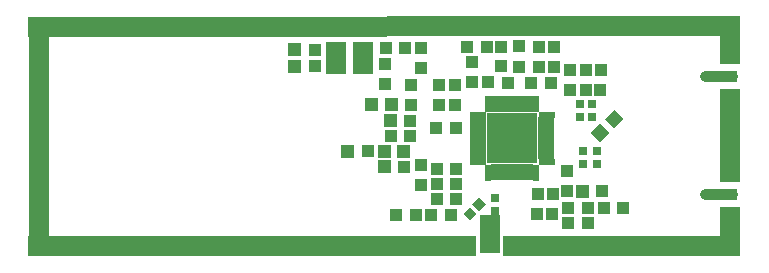
<source format=gbr>
%FSLAX34Y34*%
%MOMM*%
%LNSOLDERMASK_TOP*%
G71*
G01*
%ADD10R,0.800X0.800*%
%ADD11R,1.100X1.100*%
%ADD12R,1.700X2.800*%
%ADD13C,1.200*%
%ADD14C,1.700*%
%ADD15C,0.900*%
%ADD16R,1.700X3.200*%
%ADD17R,1.400X0.500*%
%ADD18R,1.450X0.500*%
%ADD19R,0.500X1.400*%
%ADD20R,0.500X1.450*%
%ADD21R,4.300X4.300*%
%LPD*%
X466635Y926219D02*
G54D10*
D03*
X466634Y915119D02*
G54D10*
D03*
X476730Y926229D02*
G54D10*
D03*
X476730Y915129D02*
G54D10*
D03*
X480500Y876000D02*
G54D10*
D03*
X469400Y876000D02*
G54D10*
D03*
X480500Y887000D02*
G54D10*
D03*
X469400Y887000D02*
G54D10*
D03*
G36*
X463200Y858100D02*
X474200Y858100D01*
X474200Y847100D01*
X463200Y847100D01*
X463200Y858100D01*
G37*
X485400Y852500D02*
G54D11*
D03*
X415180Y975204D02*
G54D11*
D03*
X431880Y975104D02*
G54D11*
D03*
X486581Y838604D02*
G54D11*
D03*
X503281Y838503D02*
G54D11*
D03*
G36*
X300680Y917904D02*
X311680Y917904D01*
X311680Y906904D01*
X300680Y906904D01*
X300680Y917904D01*
G37*
X322880Y912304D02*
G54D11*
D03*
X306079Y899404D02*
G54D11*
D03*
X322780Y899304D02*
G54D11*
D03*
X323080Y942304D02*
G54D11*
D03*
X322980Y925604D02*
G54D11*
D03*
G36*
X284280Y931304D02*
X295280Y931304D01*
X295280Y920304D01*
X284280Y920304D01*
X284280Y931304D01*
G37*
G36*
X300980Y931204D02*
X311980Y931204D01*
X311980Y920204D01*
X300980Y920204D01*
X300980Y931204D01*
G37*
G36*
X295080Y891904D02*
X306080Y891905D01*
X306080Y880905D01*
X295080Y880904D01*
X295080Y891904D01*
G37*
G36*
X311780Y891804D02*
X322780Y891805D01*
X322780Y880805D01*
X311780Y880804D01*
X311780Y891804D01*
G37*
G36*
X264379Y892004D02*
X275379Y892005D01*
X275380Y881005D01*
X264380Y881004D01*
X264379Y892004D01*
G37*
X286580Y886405D02*
G54D11*
D03*
G36*
X295080Y878904D02*
X306080Y878905D01*
X306080Y867905D01*
X295080Y867904D01*
X295080Y878904D01*
G37*
X317280Y873305D02*
G54D11*
D03*
X327226Y832457D02*
G54D11*
D03*
X310526Y832557D02*
G54D11*
D03*
G36*
X367527Y833690D02*
X373185Y839346D01*
X378841Y833688D01*
X373183Y828032D01*
X367527Y833690D01*
G37*
G36*
X375376Y841538D02*
X381034Y847194D01*
X386690Y841537D01*
X381032Y835881D01*
X375376Y841538D01*
G37*
X394180Y835858D02*
G54D10*
D03*
X394180Y846958D02*
G54D10*
D03*
G36*
X219500Y978100D02*
X230500Y978100D01*
X230500Y967100D01*
X219500Y967100D01*
X219500Y978100D01*
G37*
X241700Y972500D02*
G54D11*
D03*
G36*
X475945Y902209D02*
X483725Y909985D01*
X491502Y902205D01*
X483721Y894429D01*
X475945Y902209D01*
G37*
G36*
X487825Y913945D02*
X495603Y921723D01*
X503381Y913945D01*
X495603Y906167D01*
X487825Y913945D01*
G37*
X260000Y965500D02*
G54D12*
D03*
X283000Y965500D02*
G54D12*
D03*
X302000Y974000D02*
G54D11*
D03*
X318700Y973900D02*
G54D11*
D03*
X394019Y912595D02*
G54D13*
D03*
X400019Y912595D02*
G54D13*
D03*
X406019Y912595D02*
G54D13*
D03*
X412019Y912595D02*
G54D13*
D03*
X394019Y906595D02*
G54D13*
D03*
X400019Y906595D02*
G54D13*
D03*
X406019Y906595D02*
G54D13*
D03*
X412019Y906595D02*
G54D13*
D03*
X394019Y900595D02*
G54D13*
D03*
X400019Y900595D02*
G54D13*
D03*
X406019Y900595D02*
G54D13*
D03*
X412019Y900595D02*
G54D13*
D03*
X394019Y894595D02*
G54D13*
D03*
X400019Y894595D02*
G54D13*
D03*
X406019Y894595D02*
G54D13*
D03*
X412019Y894595D02*
G54D13*
D03*
X418019Y912595D02*
G54D13*
D03*
X424019Y912595D02*
G54D13*
D03*
X418019Y906595D02*
G54D13*
D03*
X424019Y906595D02*
G54D13*
D03*
X418019Y900595D02*
G54D13*
D03*
X424019Y900595D02*
G54D13*
D03*
X418019Y894595D02*
G54D13*
D03*
X424019Y894595D02*
G54D13*
D03*
X394019Y888595D02*
G54D13*
D03*
X400019Y888595D02*
G54D13*
D03*
X406019Y888595D02*
G54D13*
D03*
X412019Y888595D02*
G54D13*
D03*
X394019Y882595D02*
G54D13*
D03*
X400019Y882595D02*
G54D13*
D03*
X406019Y882595D02*
G54D13*
D03*
X412019Y882595D02*
G54D13*
D03*
X418019Y888595D02*
G54D13*
D03*
X424019Y888595D02*
G54D13*
D03*
X418019Y882595D02*
G54D13*
D03*
X424019Y882595D02*
G54D13*
D03*
X371080Y975104D02*
G54D11*
D03*
X387780Y975004D02*
G54D11*
D03*
G54D14*
X8000Y991900D02*
X593601Y992123D01*
G36*
X7997Y1000400D02*
X8003Y983400D01*
X-497Y983397D01*
X-503Y1000397D01*
X7997Y1000400D01*
G37*
G36*
X593604Y983623D02*
X593598Y1000623D01*
X602098Y1000626D01*
X602104Y983626D01*
X593604Y983623D01*
G37*
G54D14*
X410002Y805897D02*
X593605Y805900D01*
G36*
X410002Y814397D02*
X410002Y797397D01*
X401502Y797397D01*
X401502Y814397D01*
X410002Y814397D01*
G37*
G36*
X593605Y797400D02*
X593605Y814400D01*
X602105Y814400D01*
X602105Y797400D01*
X593605Y797400D01*
G37*
G54D15*
X572000Y950000D02*
X595000Y950000D01*
G36*
X595000Y945500D02*
X595000Y954500D01*
X599500Y954500D01*
X599500Y945500D01*
X595000Y945500D01*
G37*
G54D14*
X593700Y969000D02*
X593700Y983000D01*
G36*
X585200Y969000D02*
X602200Y969000D01*
X602200Y960500D01*
X585200Y960500D01*
X585200Y969000D01*
G37*
G36*
X602200Y983000D02*
X585200Y983000D01*
X585200Y991500D01*
X602200Y991500D01*
X602200Y983000D01*
G37*
G54D14*
X593750Y869000D02*
X593750Y931000D01*
G36*
X585250Y869000D02*
X602250Y869000D01*
X602250Y860500D01*
X585250Y860500D01*
X585250Y869000D01*
G37*
G36*
X602250Y931000D02*
X585250Y931000D01*
X585250Y939500D01*
X602250Y939500D01*
X602250Y931000D01*
G37*
G54D14*
X593850Y817000D02*
X593850Y831000D01*
G36*
X585350Y817000D02*
X602350Y817000D01*
X602350Y808500D01*
X585350Y808500D01*
X585350Y817000D01*
G37*
G36*
X602350Y831000D02*
X585350Y831000D01*
X585350Y839500D01*
X602350Y839500D01*
X602350Y831000D01*
G37*
X390000Y816000D02*
G54D16*
D03*
G54D14*
X7900Y806050D02*
X370005Y806050D01*
G36*
X7900Y814550D02*
X7900Y797550D01*
X-600Y797550D01*
X-600Y814550D01*
X7900Y814550D01*
G37*
G36*
X370005Y797550D02*
X370005Y814550D01*
X378505Y814550D01*
X378505Y797550D01*
X370005Y797550D01*
G37*
X347480Y942304D02*
G54D11*
D03*
X347380Y925604D02*
G54D11*
D03*
G54D14*
X8000Y991900D02*
X8000Y806050D01*
X7900Y806050D01*
X360480Y942304D02*
G54D11*
D03*
X360380Y925604D02*
G54D11*
D03*
X379730Y917504D02*
G54D17*
D03*
X438230Y917504D02*
G54D17*
D03*
X379980Y912504D02*
G54D18*
D03*
X437980Y912504D02*
G54D18*
D03*
X379980Y907504D02*
G54D18*
D03*
X437980Y907504D02*
G54D18*
D03*
X379980Y902504D02*
G54D18*
D03*
X437980Y902504D02*
G54D18*
D03*
X379980Y897504D02*
G54D18*
D03*
X437980Y897504D02*
G54D18*
D03*
X379980Y892504D02*
G54D18*
D03*
X437980Y892504D02*
G54D18*
D03*
X379980Y887504D02*
G54D18*
D03*
X437980Y887504D02*
G54D18*
D03*
X379980Y882504D02*
G54D18*
D03*
X437980Y882504D02*
G54D18*
D03*
X379730Y877504D02*
G54D17*
D03*
X438230Y877504D02*
G54D17*
D03*
X388980Y926754D02*
G54D19*
D03*
X388980Y868254D02*
G54D19*
D03*
X393980Y926504D02*
G54D20*
D03*
X393980Y868504D02*
G54D20*
D03*
X398980Y926504D02*
G54D20*
D03*
X398980Y868504D02*
G54D20*
D03*
X403980Y926504D02*
G54D20*
D03*
X403980Y868504D02*
G54D20*
D03*
X408980Y926504D02*
G54D20*
D03*
X408980Y868504D02*
G54D20*
D03*
X413980Y926504D02*
G54D20*
D03*
X413980Y868504D02*
G54D20*
D03*
X418980Y926504D02*
G54D20*
D03*
X418980Y868504D02*
G54D20*
D03*
X423980Y926504D02*
G54D20*
D03*
X423980Y868504D02*
G54D20*
D03*
X428980Y926754D02*
G54D19*
D03*
X428980Y868254D02*
G54D19*
D03*
X408980Y897504D02*
G54D21*
D03*
X425380Y944604D02*
G54D11*
D03*
X442080Y944504D02*
G54D11*
D03*
X415180Y957504D02*
G54D11*
D03*
X431880Y957404D02*
G54D11*
D03*
X444700Y957700D02*
G54D11*
D03*
X444800Y974400D02*
G54D11*
D03*
X388380Y944704D02*
G54D11*
D03*
X405080Y944604D02*
G54D11*
D03*
X399980Y975004D02*
G54D11*
D03*
X399880Y958304D02*
G54D11*
D03*
X344480Y906204D02*
G54D11*
D03*
X361180Y906104D02*
G54D11*
D03*
X374880Y961804D02*
G54D11*
D03*
X374780Y945104D02*
G54D11*
D03*
X471390Y955225D02*
G54D11*
D03*
X471290Y938525D02*
G54D11*
D03*
X483890Y955225D02*
G54D11*
D03*
X483790Y938525D02*
G54D11*
D03*
X457790Y955225D02*
G54D11*
D03*
X457690Y938525D02*
G54D11*
D03*
X455700Y852700D02*
G54D11*
D03*
X455800Y869400D02*
G54D11*
D03*
X473400Y838600D02*
G54D11*
D03*
X456700Y838700D02*
G54D11*
D03*
X430380Y833204D02*
G54D11*
D03*
X430480Y849904D02*
G54D11*
D03*
X443080Y833204D02*
G54D11*
D03*
X443180Y849904D02*
G54D11*
D03*
G54D15*
X572000Y850000D02*
X595000Y850000D01*
G36*
X595000Y845500D02*
X595000Y854500D01*
X599500Y854500D01*
X599500Y845500D01*
X595000Y845500D01*
G37*
X345080Y871254D02*
G54D11*
D03*
X361780Y871154D02*
G54D11*
D03*
X345080Y858504D02*
G54D11*
D03*
X361780Y858404D02*
G54D11*
D03*
X345080Y845754D02*
G54D11*
D03*
X361780Y845654D02*
G54D11*
D03*
X357400Y832350D02*
G54D11*
D03*
X340700Y832450D02*
G54D11*
D03*
X331926Y874507D02*
G54D11*
D03*
X331826Y857807D02*
G54D11*
D03*
G36*
X219500Y964100D02*
X230500Y964100D01*
X230500Y953100D01*
X219500Y953100D01*
X219500Y964100D01*
G37*
X241700Y958500D02*
G54D11*
D03*
X301300Y943300D02*
G54D11*
D03*
X301400Y960000D02*
G54D11*
D03*
X331600Y957200D02*
G54D11*
D03*
X331700Y973900D02*
G54D11*
D03*
X456581Y825604D02*
G54D11*
D03*
X473281Y825503D02*
G54D11*
D03*
M02*

</source>
